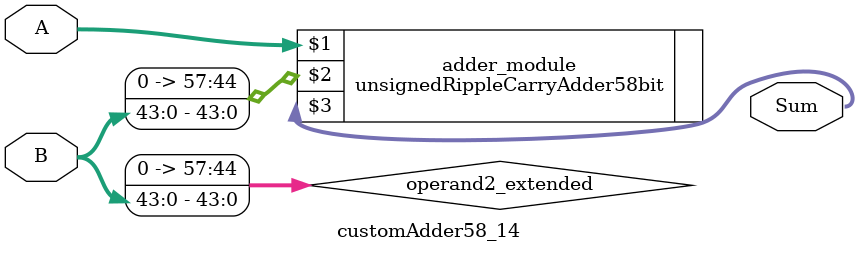
<source format=v>
module customAdder58_14(
                        input [57 : 0] A,
                        input [43 : 0] B,
                        
                        output [58 : 0] Sum
                );

        wire [57 : 0] operand2_extended;
        
        assign operand2_extended =  {14'b0, B};
        
        unsignedRippleCarryAdder58bit adder_module(
            A,
            operand2_extended,
            Sum
        );
        
        endmodule
        
</source>
